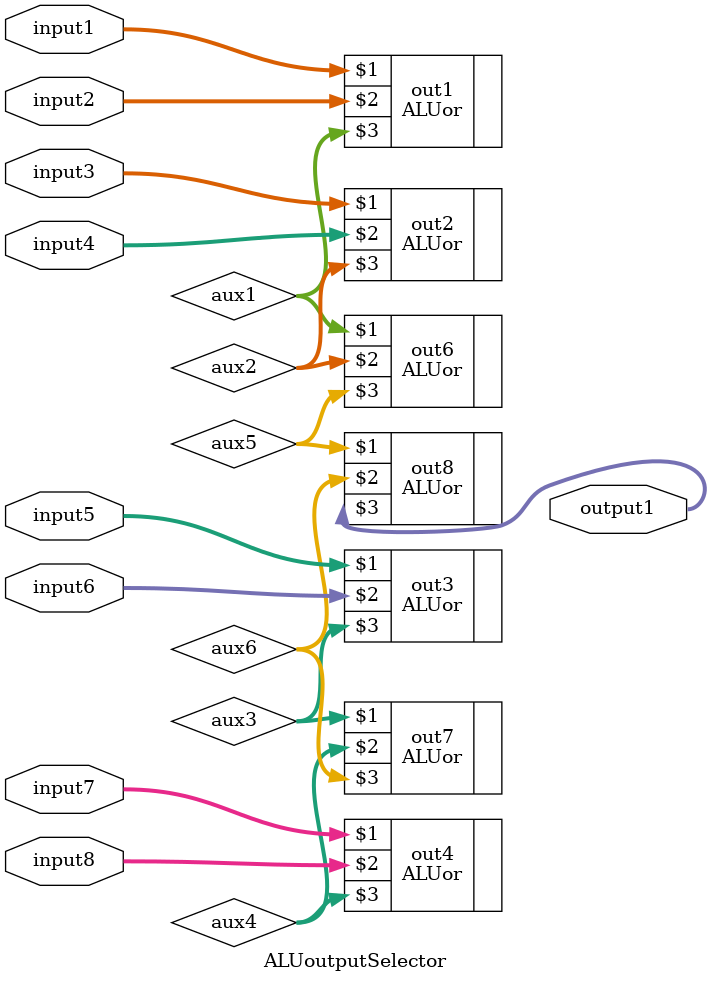
<source format=v>
`include "ALUor.v"

module ALUoutputSelector(
    input1,
    input2,
    input3,
    input4,
    input5,
    input6,
    input7,
    input8,
    output1
);
    parameter N=3;
    input[N:0] input1;
    input[N:0] input2;
    input[N:0] input3;
    input[N:0] input4;
    input[N:0] input5;
    input[N:0] input6;
    input[N:0] input7;
    input[N:0] input8;
    output[N:0] output1;

    wire[N:0] aux1;
    wire[N:0] aux2;
    wire[N:0] aux3;
    wire[N:0] aux4;
    wire[N:0] aux5;
    wire[N:0] aux6;

    ALUor#(3) out1(input1,input2,aux1);
    ALUor#(3) out2(input3,input4,aux2);
    ALUor#(3) out3(input5,input6,aux3);
    ALUor#(3) out4(input7,input8,aux4);

    ALUor#(3) out6(aux1,aux2,aux5);
    ALUor#(3) out7(aux3,aux4,aux6);

    ALUor#(3) out8(aux5,aux6,output1);

endmodule
</source>
